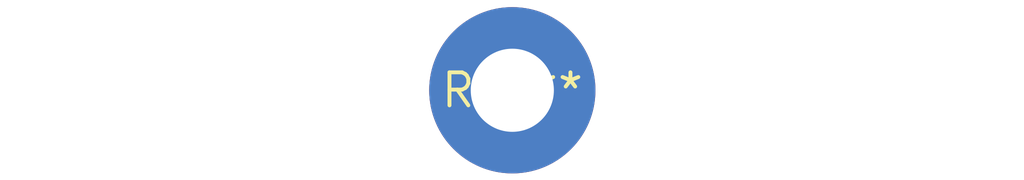
<source format=kicad_pcb>
(kicad_pcb (version 20240108) (generator pcbnew)
  (layers (0 "F.Cu" signal) (31 "B.Cu" signal) (34 "B.Paste" user) (35 "F.Paste" user) (36 "B.SilkS" user "B.Silkscreen") (37 "F.SilkS" user "F.Silkscreen") (38 "B.Mask" user) (39 "F.Mask" user) (44 "Edge.Cuts" user))
  (net 0 "")
  (footprint "MountingHole_3.2mm_M3_Pad_TopBottom" (layer "F.Cu") (at 0 0)
    (property "Reference" "REF**")
    (property "Value" "MountingHole_3.2mm_M3_Pad_TopBottom")
    (pad "1" thru_hole circle (at 0 0) (size 3.6 3.6) (drill 3.2) (layers *.Cu *.Mask) (remove_unused_layers))
    (pad "1" connect circle (at 0 0) (size 6.4 6.4) (layers "F.Cu" "F.Mask"))
    (pad "1" connect circle (at 0 0) (size 6.4 6.4) (layers "B.Cu" "B.Mask"))
  )
)
</source>
